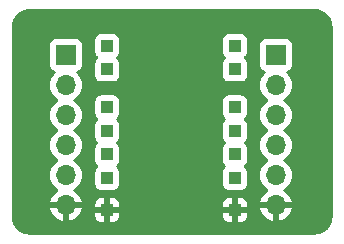
<source format=gbl>
%TF.GenerationSoftware,KiCad,Pcbnew,8.0.3*%
%TF.CreationDate,2024-08-11T06:13:30+12:00*%
%TF.ProjectId,soic-8,736f6963-2d38-42e6-9b69-6361645f7063,rev?*%
%TF.SameCoordinates,Original*%
%TF.FileFunction,Copper,L2,Bot*%
%TF.FilePolarity,Positive*%
%FSLAX46Y46*%
G04 Gerber Fmt 4.6, Leading zero omitted, Abs format (unit mm)*
G04 Created by KiCad (PCBNEW 8.0.3) date 2024-08-11 06:13:30*
%MOMM*%
%LPD*%
G01*
G04 APERTURE LIST*
%TA.AperFunction,ComponentPad*%
%ADD10R,1.000000X1.000000*%
%TD*%
%TA.AperFunction,HeatsinkPad*%
%ADD11C,0.500000*%
%TD*%
%TA.AperFunction,HeatsinkPad*%
%ADD12R,1.900000X3.300000*%
%TD*%
%TA.AperFunction,ComponentPad*%
%ADD13R,1.700000X1.700000*%
%TD*%
%TA.AperFunction,ComponentPad*%
%ADD14O,1.700000X1.700000*%
%TD*%
%TA.AperFunction,ViaPad*%
%ADD15C,0.600000*%
%TD*%
%TA.AperFunction,ViaPad*%
%ADD16C,0.400000*%
%TD*%
%ADD17C,0.300000*%
%ADD18C,0.200000*%
%ADD19C,0.350000*%
G04 APERTURE END LIST*
D10*
%TO.P,TP105,1,1*%
%TO.N,Net-(J101-Pin_2)*%
X94500000Y-90800000D03*
%TD*%
%TO.P,TP102,1,1*%
%TO.N,Net-(J101-Pin_1)*%
X94500000Y-87600000D03*
%TD*%
%TO.P,TP103,1,1*%
%TO.N,Net-(J102-Pin_1)*%
X105300000Y-87600000D03*
%TD*%
%TO.P,TP104,1,1*%
%TO.N,Net-(J102-Pin_1)*%
X105300000Y-85600000D03*
%TD*%
%TO.P,TP107,1,1*%
%TO.N,Net-(J101-Pin_4)*%
X94500000Y-94800000D03*
%TD*%
D11*
%TO.P,U101,9,PAD*%
%TO.N,GND*%
X99190000Y-93500000D03*
X99190000Y-94900000D03*
X99190000Y-96300000D03*
D12*
X99890000Y-94900000D03*
D11*
X100590000Y-93500000D03*
X100590000Y-94900000D03*
X100590000Y-96300000D03*
%TD*%
D10*
%TO.P,TP113,1,1*%
%TO.N,GND*%
X94500000Y-99500000D03*
%TD*%
%TO.P,TP108,1,1*%
%TO.N,Net-(J101-Pin_5)*%
X94500000Y-96800000D03*
%TD*%
%TO.P,TP110,1,1*%
%TO.N,Net-(J102-Pin_4)*%
X105300000Y-94800000D03*
%TD*%
%TO.P,TP111,1,1*%
%TO.N,Net-(J102-Pin_3)*%
X105300000Y-92800000D03*
%TD*%
%TO.P,TP109,1,1*%
%TO.N,Net-(J102-Pin_5)*%
X105300000Y-96800000D03*
%TD*%
%TO.P,TP112,1,1*%
%TO.N,Net-(J102-Pin_2)*%
X105300000Y-90800000D03*
%TD*%
%TO.P,TP114,1,1*%
%TO.N,GND*%
X105300000Y-99500000D03*
%TD*%
%TO.P,TP106,1,1*%
%TO.N,Net-(J101-Pin_3)*%
X94500000Y-92800000D03*
%TD*%
%TO.P,TP101,1,1*%
%TO.N,Net-(J101-Pin_1)*%
X94500000Y-85600000D03*
%TD*%
D13*
%TO.P,J102,1,Pin_1*%
%TO.N,Net-(J102-Pin_1)*%
X108780000Y-86380000D03*
D14*
%TO.P,J102,2,Pin_2*%
%TO.N,Net-(J102-Pin_2)*%
X108780000Y-88920000D03*
%TO.P,J102,3,Pin_3*%
%TO.N,Net-(J102-Pin_3)*%
X108780000Y-91460000D03*
%TO.P,J102,4,Pin_4*%
%TO.N,Net-(J102-Pin_4)*%
X108780000Y-94000000D03*
%TO.P,J102,5,Pin_5*%
%TO.N,Net-(J102-Pin_5)*%
X108780000Y-96540000D03*
%TO.P,J102,6,Pin_6*%
%TO.N,GND*%
X108780000Y-99080000D03*
%TD*%
D13*
%TO.P,J101,1,Pin_1*%
%TO.N,Net-(J101-Pin_1)*%
X91000000Y-86380000D03*
D14*
%TO.P,J101,2,Pin_2*%
%TO.N,Net-(J101-Pin_2)*%
X91000000Y-88920000D03*
%TO.P,J101,3,Pin_3*%
%TO.N,Net-(J101-Pin_3)*%
X91000000Y-91460000D03*
%TO.P,J101,4,Pin_4*%
%TO.N,Net-(J101-Pin_4)*%
X91000000Y-94000000D03*
%TO.P,J101,5,Pin_5*%
%TO.N,Net-(J101-Pin_5)*%
X91000000Y-96540000D03*
%TO.P,J101,6,Pin_6*%
%TO.N,GND*%
X91000000Y-99080000D03*
%TD*%
D15*
%TO.N,GND*%
X102000000Y-101000000D03*
X88000000Y-101000000D03*
D16*
X102500000Y-90840380D03*
D15*
X96000000Y-101000000D03*
D16*
X97000000Y-91900000D03*
D15*
X94000000Y-83000000D03*
D16*
X100000000Y-89800000D03*
X104000000Y-90000000D03*
X95800000Y-90000000D03*
D15*
X113000000Y-99000000D03*
X96000000Y-83000000D03*
X110000000Y-101000000D03*
X102000000Y-83000000D03*
X98000000Y-83000000D03*
X113000000Y-85000000D03*
X87000000Y-97000000D03*
D16*
X100000000Y-88200000D03*
D15*
X87000000Y-87000000D03*
D16*
X97562500Y-90837500D03*
D15*
X110000000Y-83000000D03*
X108000000Y-83000000D03*
X87000000Y-95000000D03*
X113000000Y-89000000D03*
X88000000Y-83000000D03*
X104000000Y-101000000D03*
X87000000Y-89000000D03*
D16*
X100000000Y-91800000D03*
D15*
X106000000Y-101000000D03*
X104000000Y-83000000D03*
X98000000Y-101000000D03*
X90000000Y-83000000D03*
X112000000Y-101000000D03*
X92000000Y-83000000D03*
D16*
X97200000Y-90100000D03*
D15*
X92000000Y-101000000D03*
X90000000Y-101000000D03*
X113000000Y-91000000D03*
X87000000Y-91000000D03*
X112000000Y-83000000D03*
X87000000Y-85000000D03*
X108000000Y-101000000D03*
X113000000Y-97000000D03*
D16*
X103000000Y-91900000D03*
D15*
X94000000Y-101000000D03*
D16*
X102800000Y-90100000D03*
D15*
X113000000Y-87000000D03*
X100000000Y-101000000D03*
X87000000Y-99000000D03*
X100000000Y-83000000D03*
X106000000Y-83000000D03*
X113000000Y-95000000D03*
X87000000Y-93000000D03*
X113000000Y-93000000D03*
%TD*%
%TA.AperFunction,Conductor*%
%TO.N,GND*%
G36*
X112019897Y-82500501D02*
G01*
X112081363Y-82500500D01*
X112090208Y-82500815D01*
X112290351Y-82515128D01*
X112307854Y-82517645D01*
X112499587Y-82559353D01*
X112516553Y-82564334D01*
X112700402Y-82632906D01*
X112716484Y-82640249D01*
X112888715Y-82734294D01*
X112903578Y-82743847D01*
X113060655Y-82861432D01*
X113074026Y-82873017D01*
X113212772Y-83011762D01*
X113224358Y-83025133D01*
X113341944Y-83182208D01*
X113351509Y-83197092D01*
X113445540Y-83369296D01*
X113452890Y-83385389D01*
X113521461Y-83569234D01*
X113526445Y-83586210D01*
X113568151Y-83777931D01*
X113570669Y-83795442D01*
X113584970Y-83995384D01*
X113585286Y-84004231D01*
X113585286Y-100012286D01*
X113585285Y-100012304D01*
X113585285Y-100081364D01*
X113584969Y-100090209D01*
X113570657Y-100290345D01*
X113568139Y-100307858D01*
X113526433Y-100499580D01*
X113521449Y-100516555D01*
X113452881Y-100700396D01*
X113445531Y-100716490D01*
X113351498Y-100888699D01*
X113341933Y-100903582D01*
X113224351Y-101060654D01*
X113212765Y-101074025D01*
X113074025Y-101212765D01*
X113060654Y-101224351D01*
X112903582Y-101341933D01*
X112888699Y-101351498D01*
X112716490Y-101445531D01*
X112700396Y-101452881D01*
X112516555Y-101521449D01*
X112499580Y-101526433D01*
X112307858Y-101568139D01*
X112290345Y-101570657D01*
X112090209Y-101584969D01*
X112081364Y-101585285D01*
X112012303Y-101585285D01*
X112012287Y-101585286D01*
X87987713Y-101585286D01*
X87987697Y-101585285D01*
X87918635Y-101585285D01*
X87909790Y-101584969D01*
X87709654Y-101570657D01*
X87692141Y-101568139D01*
X87500419Y-101526433D01*
X87483444Y-101521449D01*
X87391523Y-101487165D01*
X87299599Y-101452879D01*
X87283514Y-101445533D01*
X87111297Y-101351496D01*
X87096421Y-101341935D01*
X86939345Y-101224351D01*
X86925974Y-101212765D01*
X86787234Y-101074025D01*
X86775648Y-101060654D01*
X86658061Y-100903575D01*
X86648505Y-100888706D01*
X86554463Y-100716479D01*
X86547123Y-100700407D01*
X86478548Y-100516550D01*
X86473566Y-100499580D01*
X86472264Y-100493596D01*
X86431859Y-100307853D01*
X86429342Y-100290345D01*
X86426714Y-100253600D01*
X86415029Y-100090208D01*
X86414714Y-100081362D01*
X86414715Y-100019897D01*
X86414714Y-100019893D01*
X86414714Y-88919999D01*
X89644341Y-88919999D01*
X89644341Y-88920000D01*
X89664936Y-89155403D01*
X89664938Y-89155413D01*
X89726094Y-89383655D01*
X89726096Y-89383659D01*
X89726097Y-89383663D01*
X89825965Y-89597830D01*
X89825967Y-89597834D01*
X89961501Y-89791395D01*
X89961506Y-89791402D01*
X90128597Y-89958493D01*
X90128603Y-89958498D01*
X90314158Y-90088425D01*
X90357783Y-90143002D01*
X90364977Y-90212500D01*
X90333454Y-90274855D01*
X90314158Y-90291575D01*
X90128597Y-90421505D01*
X89961505Y-90588597D01*
X89825965Y-90782169D01*
X89825964Y-90782171D01*
X89726098Y-90996335D01*
X89726094Y-90996344D01*
X89664938Y-91224586D01*
X89664936Y-91224596D01*
X89644341Y-91459999D01*
X89644341Y-91460000D01*
X89664936Y-91695403D01*
X89664938Y-91695413D01*
X89726094Y-91923655D01*
X89726096Y-91923659D01*
X89726097Y-91923663D01*
X89788583Y-92057664D01*
X89825965Y-92137830D01*
X89825967Y-92137834D01*
X89961501Y-92331395D01*
X89961506Y-92331402D01*
X90128597Y-92498493D01*
X90128603Y-92498498D01*
X90314158Y-92628425D01*
X90357783Y-92683002D01*
X90364977Y-92752500D01*
X90333454Y-92814855D01*
X90314158Y-92831575D01*
X90128597Y-92961505D01*
X89961505Y-93128597D01*
X89825965Y-93322169D01*
X89825964Y-93322171D01*
X89726098Y-93536335D01*
X89726094Y-93536344D01*
X89664938Y-93764586D01*
X89664936Y-93764596D01*
X89644341Y-93999999D01*
X89644341Y-94000000D01*
X89664936Y-94235403D01*
X89664938Y-94235413D01*
X89726094Y-94463655D01*
X89726096Y-94463659D01*
X89726097Y-94463663D01*
X89825965Y-94677830D01*
X89825967Y-94677834D01*
X89961501Y-94871395D01*
X89961506Y-94871402D01*
X90128597Y-95038493D01*
X90128603Y-95038498D01*
X90314158Y-95168425D01*
X90357783Y-95223002D01*
X90364977Y-95292500D01*
X90333454Y-95354855D01*
X90314158Y-95371575D01*
X90128597Y-95501505D01*
X89961505Y-95668597D01*
X89825965Y-95862169D01*
X89825964Y-95862171D01*
X89726098Y-96076335D01*
X89726094Y-96076344D01*
X89664938Y-96304586D01*
X89664936Y-96304596D01*
X89644341Y-96539999D01*
X89644341Y-96540000D01*
X89664936Y-96775403D01*
X89664938Y-96775413D01*
X89726094Y-97003655D01*
X89726096Y-97003659D01*
X89726097Y-97003663D01*
X89825965Y-97217830D01*
X89825967Y-97217834D01*
X89917016Y-97347864D01*
X89961505Y-97411401D01*
X90128599Y-97578495D01*
X90241495Y-97657546D01*
X90314594Y-97708730D01*
X90358219Y-97763307D01*
X90365413Y-97832805D01*
X90333890Y-97895160D01*
X90314595Y-97911880D01*
X90128922Y-98041890D01*
X90128920Y-98041891D01*
X89961891Y-98208920D01*
X89961886Y-98208926D01*
X89826400Y-98402420D01*
X89826399Y-98402422D01*
X89726570Y-98616507D01*
X89726567Y-98616513D01*
X89669364Y-98829999D01*
X89669364Y-98830000D01*
X90566988Y-98830000D01*
X90534075Y-98887007D01*
X90500000Y-99014174D01*
X90500000Y-99145826D01*
X90534075Y-99272993D01*
X90566988Y-99330000D01*
X89669364Y-99330000D01*
X89726567Y-99543486D01*
X89726570Y-99543492D01*
X89826399Y-99757578D01*
X89961894Y-99951082D01*
X90128917Y-100118105D01*
X90322421Y-100253600D01*
X90536507Y-100353429D01*
X90536516Y-100353433D01*
X90750000Y-100410634D01*
X90750000Y-99513012D01*
X90807007Y-99545925D01*
X90934174Y-99580000D01*
X91065826Y-99580000D01*
X91192993Y-99545925D01*
X91250000Y-99513012D01*
X91250000Y-100410633D01*
X91463483Y-100353433D01*
X91463492Y-100353429D01*
X91677578Y-100253600D01*
X91871082Y-100118105D01*
X91941343Y-100047844D01*
X93500000Y-100047844D01*
X93506401Y-100107372D01*
X93506403Y-100107379D01*
X93556645Y-100242086D01*
X93556649Y-100242093D01*
X93642809Y-100357187D01*
X93642812Y-100357190D01*
X93757906Y-100443350D01*
X93757913Y-100443354D01*
X93892620Y-100493596D01*
X93892627Y-100493598D01*
X93952155Y-100499999D01*
X93952172Y-100500000D01*
X94250000Y-100500000D01*
X94750000Y-100500000D01*
X95047828Y-100500000D01*
X95047844Y-100499999D01*
X95107372Y-100493598D01*
X95107379Y-100493596D01*
X95242086Y-100443354D01*
X95242093Y-100443350D01*
X95357187Y-100357190D01*
X95357190Y-100357187D01*
X95443350Y-100242093D01*
X95443354Y-100242086D01*
X95493596Y-100107379D01*
X95493598Y-100107372D01*
X95499999Y-100047844D01*
X104300000Y-100047844D01*
X104306401Y-100107372D01*
X104306403Y-100107379D01*
X104356645Y-100242086D01*
X104356649Y-100242093D01*
X104442809Y-100357187D01*
X104442812Y-100357190D01*
X104557906Y-100443350D01*
X104557913Y-100443354D01*
X104692620Y-100493596D01*
X104692627Y-100493598D01*
X104752155Y-100499999D01*
X104752172Y-100500000D01*
X105050000Y-100500000D01*
X105550000Y-100500000D01*
X105847828Y-100500000D01*
X105847844Y-100499999D01*
X105907372Y-100493598D01*
X105907379Y-100493596D01*
X106042086Y-100443354D01*
X106042093Y-100443350D01*
X106157187Y-100357190D01*
X106157190Y-100357187D01*
X106243350Y-100242093D01*
X106243354Y-100242086D01*
X106293596Y-100107379D01*
X106293598Y-100107372D01*
X106299999Y-100047844D01*
X106300000Y-100047827D01*
X106300000Y-99750000D01*
X105550000Y-99750000D01*
X105550000Y-100500000D01*
X105050000Y-100500000D01*
X105050000Y-99750000D01*
X104300000Y-99750000D01*
X104300000Y-100047844D01*
X95499999Y-100047844D01*
X95500000Y-100047827D01*
X95500000Y-99750000D01*
X94750000Y-99750000D01*
X94750000Y-100500000D01*
X94250000Y-100500000D01*
X94250000Y-99750000D01*
X93500000Y-99750000D01*
X93500000Y-100047844D01*
X91941343Y-100047844D01*
X92038105Y-99951082D01*
X92173600Y-99757578D01*
X92273429Y-99543492D01*
X92273432Y-99543486D01*
X92298409Y-99450272D01*
X94250000Y-99450272D01*
X94250000Y-99549728D01*
X94288060Y-99641614D01*
X94358386Y-99711940D01*
X94450272Y-99750000D01*
X94549728Y-99750000D01*
X94641614Y-99711940D01*
X94711940Y-99641614D01*
X94750000Y-99549728D01*
X94750000Y-99450272D01*
X105050000Y-99450272D01*
X105050000Y-99549728D01*
X105088060Y-99641614D01*
X105158386Y-99711940D01*
X105250272Y-99750000D01*
X105349728Y-99750000D01*
X105441614Y-99711940D01*
X105511940Y-99641614D01*
X105550000Y-99549728D01*
X105550000Y-99450272D01*
X105511940Y-99358386D01*
X105441614Y-99288060D01*
X105349728Y-99250000D01*
X105550000Y-99250000D01*
X106300000Y-99250000D01*
X106300000Y-98952172D01*
X106299999Y-98952155D01*
X106293598Y-98892627D01*
X106293596Y-98892620D01*
X106243354Y-98757913D01*
X106243350Y-98757906D01*
X106157190Y-98642812D01*
X106157187Y-98642809D01*
X106042093Y-98556649D01*
X106042086Y-98556645D01*
X105907379Y-98506403D01*
X105907372Y-98506401D01*
X105847844Y-98500000D01*
X105550000Y-98500000D01*
X105550000Y-99250000D01*
X105349728Y-99250000D01*
X105250272Y-99250000D01*
X105158386Y-99288060D01*
X105088060Y-99358386D01*
X105050000Y-99450272D01*
X94750000Y-99450272D01*
X94711940Y-99358386D01*
X94641614Y-99288060D01*
X94549728Y-99250000D01*
X94750000Y-99250000D01*
X95500000Y-99250000D01*
X95500000Y-98952172D01*
X95499999Y-98952155D01*
X104300000Y-98952155D01*
X104300000Y-99250000D01*
X105050000Y-99250000D01*
X105050000Y-98500000D01*
X104752155Y-98500000D01*
X104692627Y-98506401D01*
X104692620Y-98506403D01*
X104557913Y-98556645D01*
X104557906Y-98556649D01*
X104442812Y-98642809D01*
X104442809Y-98642812D01*
X104356649Y-98757906D01*
X104356645Y-98757913D01*
X104306403Y-98892620D01*
X104306401Y-98892627D01*
X104300000Y-98952155D01*
X95499999Y-98952155D01*
X95493598Y-98892627D01*
X95493596Y-98892620D01*
X95443354Y-98757913D01*
X95443350Y-98757906D01*
X95357190Y-98642812D01*
X95357187Y-98642809D01*
X95242093Y-98556649D01*
X95242086Y-98556645D01*
X95107379Y-98506403D01*
X95107372Y-98506401D01*
X95047844Y-98500000D01*
X94750000Y-98500000D01*
X94750000Y-99250000D01*
X94549728Y-99250000D01*
X94450272Y-99250000D01*
X94358386Y-99288060D01*
X94288060Y-99358386D01*
X94250000Y-99450272D01*
X92298409Y-99450272D01*
X92330636Y-99330000D01*
X91433012Y-99330000D01*
X91465925Y-99272993D01*
X91500000Y-99145826D01*
X91500000Y-99014174D01*
X91483382Y-98952155D01*
X93500000Y-98952155D01*
X93500000Y-99250000D01*
X94250000Y-99250000D01*
X94250000Y-98500000D01*
X93952155Y-98500000D01*
X93892627Y-98506401D01*
X93892620Y-98506403D01*
X93757913Y-98556645D01*
X93757906Y-98556649D01*
X93642812Y-98642809D01*
X93642809Y-98642812D01*
X93556649Y-98757906D01*
X93556645Y-98757913D01*
X93506403Y-98892620D01*
X93506401Y-98892627D01*
X93500000Y-98952155D01*
X91483382Y-98952155D01*
X91465925Y-98887007D01*
X91433012Y-98830000D01*
X92330636Y-98830000D01*
X92330635Y-98829999D01*
X92273432Y-98616513D01*
X92273429Y-98616507D01*
X92173600Y-98402422D01*
X92173599Y-98402420D01*
X92038113Y-98208926D01*
X92038108Y-98208920D01*
X91871078Y-98041890D01*
X91685405Y-97911879D01*
X91641780Y-97857302D01*
X91634588Y-97787804D01*
X91666110Y-97725449D01*
X91685406Y-97708730D01*
X91758503Y-97657547D01*
X91871401Y-97578495D01*
X92038495Y-97411401D01*
X92174035Y-97217830D01*
X92273903Y-97003663D01*
X92335063Y-96775408D01*
X92355659Y-96540000D01*
X92335063Y-96304592D01*
X92273903Y-96076337D01*
X92174035Y-95862171D01*
X92100162Y-95756668D01*
X92038494Y-95668597D01*
X91871402Y-95501506D01*
X91871396Y-95501501D01*
X91685842Y-95371575D01*
X91642217Y-95316998D01*
X91635023Y-95247500D01*
X91666546Y-95185145D01*
X91685842Y-95168425D01*
X91708026Y-95152891D01*
X91871401Y-95038495D01*
X92038495Y-94871401D01*
X92174035Y-94677830D01*
X92273903Y-94463663D01*
X92335063Y-94235408D01*
X92355659Y-94000000D01*
X92335063Y-93764592D01*
X92273903Y-93536337D01*
X92174035Y-93322171D01*
X92038495Y-93128599D01*
X92038494Y-93128597D01*
X91871402Y-92961506D01*
X91871396Y-92961501D01*
X91685842Y-92831575D01*
X91642217Y-92776998D01*
X91635023Y-92707500D01*
X91666546Y-92645145D01*
X91685842Y-92628425D01*
X91708026Y-92612891D01*
X91871401Y-92498495D01*
X92038495Y-92331401D01*
X92174035Y-92137830D01*
X92273903Y-91923663D01*
X92335063Y-91695408D01*
X92355659Y-91460000D01*
X92335063Y-91224592D01*
X92273903Y-90996337D01*
X92174035Y-90782171D01*
X92038495Y-90588599D01*
X92038494Y-90588597D01*
X91871402Y-90421506D01*
X91871396Y-90421501D01*
X91685842Y-90291575D01*
X91654316Y-90252135D01*
X93499500Y-90252135D01*
X93499500Y-91347870D01*
X93499501Y-91347876D01*
X93505908Y-91407483D01*
X93556202Y-91542328D01*
X93556206Y-91542335D01*
X93642452Y-91657544D01*
X93642453Y-91657544D01*
X93642454Y-91657546D01*
X93671615Y-91679376D01*
X93700145Y-91700734D01*
X93742015Y-91756668D01*
X93746999Y-91826360D01*
X93713513Y-91887683D01*
X93700145Y-91899266D01*
X93642452Y-91942455D01*
X93556206Y-92057664D01*
X93556202Y-92057671D01*
X93505908Y-92192517D01*
X93499501Y-92252116D01*
X93499501Y-92252123D01*
X93499500Y-92252135D01*
X93499500Y-93347870D01*
X93499501Y-93347876D01*
X93505908Y-93407483D01*
X93556202Y-93542328D01*
X93556206Y-93542335D01*
X93642452Y-93657544D01*
X93642453Y-93657544D01*
X93642454Y-93657546D01*
X93671615Y-93679376D01*
X93700145Y-93700734D01*
X93742015Y-93756668D01*
X93746999Y-93826360D01*
X93713513Y-93887683D01*
X93700145Y-93899266D01*
X93642452Y-93942455D01*
X93556206Y-94057664D01*
X93556202Y-94057671D01*
X93505908Y-94192517D01*
X93501297Y-94235413D01*
X93499501Y-94252123D01*
X93499500Y-94252135D01*
X93499500Y-95347870D01*
X93499501Y-95347876D01*
X93505908Y-95407483D01*
X93556202Y-95542328D01*
X93556206Y-95542335D01*
X93642452Y-95657544D01*
X93642453Y-95657544D01*
X93642454Y-95657546D01*
X93657219Y-95668599D01*
X93700145Y-95700734D01*
X93742015Y-95756668D01*
X93746999Y-95826360D01*
X93713513Y-95887683D01*
X93700145Y-95899266D01*
X93642452Y-95942455D01*
X93556206Y-96057664D01*
X93556202Y-96057671D01*
X93505908Y-96192517D01*
X93499501Y-96252116D01*
X93499501Y-96252123D01*
X93499500Y-96252135D01*
X93499500Y-97347870D01*
X93499501Y-97347876D01*
X93505908Y-97407483D01*
X93556202Y-97542328D01*
X93556206Y-97542335D01*
X93642452Y-97657544D01*
X93642455Y-97657547D01*
X93757664Y-97743793D01*
X93757671Y-97743797D01*
X93892517Y-97794091D01*
X93892516Y-97794091D01*
X93899444Y-97794835D01*
X93952127Y-97800500D01*
X95047872Y-97800499D01*
X95107483Y-97794091D01*
X95242331Y-97743796D01*
X95357546Y-97657546D01*
X95443796Y-97542331D01*
X95494091Y-97407483D01*
X95500500Y-97347873D01*
X95500499Y-96252128D01*
X95494091Y-96192517D01*
X95450761Y-96076344D01*
X95443797Y-96057671D01*
X95443793Y-96057664D01*
X95357547Y-95942456D01*
X95357548Y-95942456D01*
X95357546Y-95942454D01*
X95299854Y-95899265D01*
X95257984Y-95843333D01*
X95253000Y-95773641D01*
X95286485Y-95712318D01*
X95299854Y-95700734D01*
X95357546Y-95657546D01*
X95443796Y-95542331D01*
X95494091Y-95407483D01*
X95500500Y-95347873D01*
X95500499Y-94252128D01*
X95494091Y-94192517D01*
X95443796Y-94057669D01*
X95443795Y-94057668D01*
X95443793Y-94057664D01*
X95357547Y-93942456D01*
X95357548Y-93942456D01*
X95357546Y-93942454D01*
X95299854Y-93899265D01*
X95257984Y-93843333D01*
X95253000Y-93773641D01*
X95286485Y-93712318D01*
X95299854Y-93700734D01*
X95357546Y-93657546D01*
X95443796Y-93542331D01*
X95494091Y-93407483D01*
X95500500Y-93347873D01*
X95500499Y-92252128D01*
X95494091Y-92192517D01*
X95443796Y-92057669D01*
X95443795Y-92057668D01*
X95443793Y-92057664D01*
X95357547Y-91942456D01*
X95357548Y-91942456D01*
X95357546Y-91942454D01*
X95299854Y-91899265D01*
X95257984Y-91843333D01*
X95253000Y-91773641D01*
X95286485Y-91712318D01*
X95299854Y-91700734D01*
X95357546Y-91657546D01*
X95443796Y-91542331D01*
X95494091Y-91407483D01*
X95500500Y-91347873D01*
X95500499Y-90252135D01*
X104299500Y-90252135D01*
X104299500Y-91347870D01*
X104299501Y-91347876D01*
X104305908Y-91407483D01*
X104356202Y-91542328D01*
X104356206Y-91542335D01*
X104442452Y-91657544D01*
X104442453Y-91657544D01*
X104442454Y-91657546D01*
X104471615Y-91679376D01*
X104500145Y-91700734D01*
X104542015Y-91756668D01*
X104546999Y-91826360D01*
X104513513Y-91887683D01*
X104500145Y-91899266D01*
X104442452Y-91942455D01*
X104356206Y-92057664D01*
X104356202Y-92057671D01*
X104305908Y-92192517D01*
X104299501Y-92252116D01*
X104299501Y-92252123D01*
X104299500Y-92252135D01*
X104299500Y-93347870D01*
X104299501Y-93347876D01*
X104305908Y-93407483D01*
X104356202Y-93542328D01*
X104356206Y-93542335D01*
X104442452Y-93657544D01*
X104442453Y-93657544D01*
X104442454Y-93657546D01*
X104471615Y-93679376D01*
X104500145Y-93700734D01*
X104542015Y-93756668D01*
X104546999Y-93826360D01*
X104513513Y-93887683D01*
X104500145Y-93899266D01*
X104442452Y-93942455D01*
X104356206Y-94057664D01*
X104356202Y-94057671D01*
X104305908Y-94192517D01*
X104301297Y-94235413D01*
X104299501Y-94252123D01*
X104299500Y-94252135D01*
X104299500Y-95347870D01*
X104299501Y-95347876D01*
X104305908Y-95407483D01*
X104356202Y-95542328D01*
X104356206Y-95542335D01*
X104442452Y-95657544D01*
X104442453Y-95657544D01*
X104442454Y-95657546D01*
X104457219Y-95668599D01*
X104500145Y-95700734D01*
X104542015Y-95756668D01*
X104546999Y-95826360D01*
X104513513Y-95887683D01*
X104500145Y-95899266D01*
X104442452Y-95942455D01*
X104356206Y-96057664D01*
X104356202Y-96057671D01*
X104305908Y-96192517D01*
X104299501Y-96252116D01*
X104299501Y-96252123D01*
X104299500Y-96252135D01*
X104299500Y-97347870D01*
X104299501Y-97347876D01*
X104305908Y-97407483D01*
X104356202Y-97542328D01*
X104356206Y-97542335D01*
X104442452Y-97657544D01*
X104442455Y-97657547D01*
X104557664Y-97743793D01*
X104557671Y-97743797D01*
X104692517Y-97794091D01*
X104692516Y-97794091D01*
X104699444Y-97794835D01*
X104752127Y-97800500D01*
X105847872Y-97800499D01*
X105907483Y-97794091D01*
X106042331Y-97743796D01*
X106157546Y-97657546D01*
X106243796Y-97542331D01*
X106294091Y-97407483D01*
X106300500Y-97347873D01*
X106300499Y-96252128D01*
X106294091Y-96192517D01*
X106250761Y-96076344D01*
X106243797Y-96057671D01*
X106243793Y-96057664D01*
X106157547Y-95942456D01*
X106157548Y-95942456D01*
X106157546Y-95942454D01*
X106099854Y-95899265D01*
X106057984Y-95843333D01*
X106053000Y-95773641D01*
X106086485Y-95712318D01*
X106099854Y-95700734D01*
X106157546Y-95657546D01*
X106243796Y-95542331D01*
X106294091Y-95407483D01*
X106300500Y-95347873D01*
X106300499Y-94252128D01*
X106294091Y-94192517D01*
X106243796Y-94057669D01*
X106243795Y-94057668D01*
X106243793Y-94057664D01*
X106157547Y-93942456D01*
X106157548Y-93942456D01*
X106157546Y-93942454D01*
X106099854Y-93899265D01*
X106057984Y-93843333D01*
X106053000Y-93773641D01*
X106086485Y-93712318D01*
X106099854Y-93700734D01*
X106157546Y-93657546D01*
X106243796Y-93542331D01*
X106294091Y-93407483D01*
X106300500Y-93347873D01*
X106300499Y-92252128D01*
X106294091Y-92192517D01*
X106243796Y-92057669D01*
X106243795Y-92057668D01*
X106243793Y-92057664D01*
X106157547Y-91942456D01*
X106157548Y-91942456D01*
X106157546Y-91942454D01*
X106099854Y-91899265D01*
X106057984Y-91843333D01*
X106053000Y-91773641D01*
X106086485Y-91712318D01*
X106099854Y-91700734D01*
X106157546Y-91657546D01*
X106243796Y-91542331D01*
X106294091Y-91407483D01*
X106300500Y-91347873D01*
X106300499Y-90252128D01*
X106294091Y-90192517D01*
X106293152Y-90190000D01*
X106243797Y-90057671D01*
X106243793Y-90057664D01*
X106157547Y-89942455D01*
X106157544Y-89942452D01*
X106042335Y-89856206D01*
X106042328Y-89856202D01*
X105907482Y-89805908D01*
X105907483Y-89805908D01*
X105847883Y-89799501D01*
X105847881Y-89799500D01*
X105847873Y-89799500D01*
X105847864Y-89799500D01*
X104752129Y-89799500D01*
X104752123Y-89799501D01*
X104692516Y-89805908D01*
X104557671Y-89856202D01*
X104557664Y-89856206D01*
X104442455Y-89942452D01*
X104442452Y-89942455D01*
X104356206Y-90057664D01*
X104356202Y-90057671D01*
X104305908Y-90192517D01*
X104299501Y-90252116D01*
X104299501Y-90252123D01*
X104299500Y-90252135D01*
X95500499Y-90252135D01*
X95500499Y-90252128D01*
X95494091Y-90192517D01*
X95493152Y-90190000D01*
X95443797Y-90057671D01*
X95443793Y-90057664D01*
X95357547Y-89942455D01*
X95357544Y-89942452D01*
X95242335Y-89856206D01*
X95242328Y-89856202D01*
X95107482Y-89805908D01*
X95107483Y-89805908D01*
X95047883Y-89799501D01*
X95047881Y-89799500D01*
X95047873Y-89799500D01*
X95047864Y-89799500D01*
X93952129Y-89799500D01*
X93952123Y-89799501D01*
X93892516Y-89805908D01*
X93757671Y-89856202D01*
X93757664Y-89856206D01*
X93642455Y-89942452D01*
X93642452Y-89942455D01*
X93556206Y-90057664D01*
X93556202Y-90057671D01*
X93505908Y-90192517D01*
X93499501Y-90252116D01*
X93499501Y-90252123D01*
X93499500Y-90252135D01*
X91654316Y-90252135D01*
X91642217Y-90236998D01*
X91635023Y-90167500D01*
X91666546Y-90105145D01*
X91685842Y-90088425D01*
X91729773Y-90057664D01*
X91871401Y-89958495D01*
X92038495Y-89791401D01*
X92174035Y-89597830D01*
X92273903Y-89383663D01*
X92335063Y-89155408D01*
X92355659Y-88920000D01*
X92355659Y-88919999D01*
X107424341Y-88919999D01*
X107424341Y-88920000D01*
X107444936Y-89155403D01*
X107444938Y-89155413D01*
X107506094Y-89383655D01*
X107506096Y-89383659D01*
X107506097Y-89383663D01*
X107605965Y-89597830D01*
X107605967Y-89597834D01*
X107741501Y-89791395D01*
X107741506Y-89791402D01*
X107908597Y-89958493D01*
X107908603Y-89958498D01*
X108094158Y-90088425D01*
X108137783Y-90143002D01*
X108144977Y-90212500D01*
X108113454Y-90274855D01*
X108094158Y-90291575D01*
X107908597Y-90421505D01*
X107741505Y-90588597D01*
X107605965Y-90782169D01*
X107605964Y-90782171D01*
X107506098Y-90996335D01*
X107506094Y-90996344D01*
X107444938Y-91224586D01*
X107444936Y-91224596D01*
X107424341Y-91459999D01*
X107424341Y-91460000D01*
X107444936Y-91695403D01*
X107444938Y-91695413D01*
X107506094Y-91923655D01*
X107506096Y-91923659D01*
X107506097Y-91923663D01*
X107568583Y-92057664D01*
X107605965Y-92137830D01*
X107605967Y-92137834D01*
X107741501Y-92331395D01*
X107741506Y-92331402D01*
X107908597Y-92498493D01*
X107908603Y-92498498D01*
X108094158Y-92628425D01*
X108137783Y-92683002D01*
X108144977Y-92752500D01*
X108113454Y-92814855D01*
X108094158Y-92831575D01*
X107908597Y-92961505D01*
X107741505Y-93128597D01*
X107605965Y-93322169D01*
X107605964Y-93322171D01*
X107506098Y-93536335D01*
X107506094Y-93536344D01*
X107444938Y-93764586D01*
X107444936Y-93764596D01*
X107424341Y-93999999D01*
X107424341Y-94000000D01*
X107444936Y-94235403D01*
X107444938Y-94235413D01*
X107506094Y-94463655D01*
X107506096Y-94463659D01*
X107506097Y-94463663D01*
X107605965Y-94677830D01*
X107605967Y-94677834D01*
X107741501Y-94871395D01*
X107741506Y-94871402D01*
X107908597Y-95038493D01*
X107908603Y-95038498D01*
X108094158Y-95168425D01*
X108137783Y-95223002D01*
X108144977Y-95292500D01*
X108113454Y-95354855D01*
X108094158Y-95371575D01*
X107908597Y-95501505D01*
X107741505Y-95668597D01*
X107605965Y-95862169D01*
X107605964Y-95862171D01*
X107506098Y-96076335D01*
X107506094Y-96076344D01*
X107444938Y-96304586D01*
X107444936Y-96304596D01*
X107424341Y-96539999D01*
X107424341Y-96540000D01*
X107444936Y-96775403D01*
X107444938Y-96775413D01*
X107506094Y-97003655D01*
X107506096Y-97003659D01*
X107506097Y-97003663D01*
X107605965Y-97217830D01*
X107605967Y-97217834D01*
X107697016Y-97347864D01*
X107741505Y-97411401D01*
X107908599Y-97578495D01*
X108021495Y-97657546D01*
X108094594Y-97708730D01*
X108138219Y-97763307D01*
X108145413Y-97832805D01*
X108113890Y-97895160D01*
X108094595Y-97911880D01*
X107908922Y-98041890D01*
X107908920Y-98041891D01*
X107741891Y-98208920D01*
X107741886Y-98208926D01*
X107606400Y-98402420D01*
X107606399Y-98402422D01*
X107506570Y-98616507D01*
X107506567Y-98616513D01*
X107449364Y-98829999D01*
X107449364Y-98830000D01*
X108346988Y-98830000D01*
X108314075Y-98887007D01*
X108280000Y-99014174D01*
X108280000Y-99145826D01*
X108314075Y-99272993D01*
X108346988Y-99330000D01*
X107449364Y-99330000D01*
X107506567Y-99543486D01*
X107506570Y-99543492D01*
X107606399Y-99757578D01*
X107741894Y-99951082D01*
X107908917Y-100118105D01*
X108102421Y-100253600D01*
X108316507Y-100353429D01*
X108316516Y-100353433D01*
X108530000Y-100410634D01*
X108530000Y-99513012D01*
X108587007Y-99545925D01*
X108714174Y-99580000D01*
X108845826Y-99580000D01*
X108972993Y-99545925D01*
X109030000Y-99513012D01*
X109030000Y-100410633D01*
X109243483Y-100353433D01*
X109243492Y-100353429D01*
X109457578Y-100253600D01*
X109651082Y-100118105D01*
X109818105Y-99951082D01*
X109953600Y-99757578D01*
X110053429Y-99543492D01*
X110053432Y-99543486D01*
X110110636Y-99330000D01*
X109213012Y-99330000D01*
X109245925Y-99272993D01*
X109280000Y-99145826D01*
X109280000Y-99014174D01*
X109245925Y-98887007D01*
X109213012Y-98830000D01*
X110110636Y-98830000D01*
X110110635Y-98829999D01*
X110053432Y-98616513D01*
X110053429Y-98616507D01*
X109953600Y-98402422D01*
X109953599Y-98402420D01*
X109818113Y-98208926D01*
X109818108Y-98208920D01*
X109651078Y-98041890D01*
X109465405Y-97911879D01*
X109421780Y-97857302D01*
X109414588Y-97787804D01*
X109446110Y-97725449D01*
X109465406Y-97708730D01*
X109538503Y-97657547D01*
X109651401Y-97578495D01*
X109818495Y-97411401D01*
X109954035Y-97217830D01*
X110053903Y-97003663D01*
X110115063Y-96775408D01*
X110135659Y-96540000D01*
X110115063Y-96304592D01*
X110053903Y-96076337D01*
X109954035Y-95862171D01*
X109880162Y-95756668D01*
X109818494Y-95668597D01*
X109651402Y-95501506D01*
X109651396Y-95501501D01*
X109465842Y-95371575D01*
X109422217Y-95316998D01*
X109415023Y-95247500D01*
X109446546Y-95185145D01*
X109465842Y-95168425D01*
X109488026Y-95152891D01*
X109651401Y-95038495D01*
X109818495Y-94871401D01*
X109954035Y-94677830D01*
X110053903Y-94463663D01*
X110115063Y-94235408D01*
X110135659Y-94000000D01*
X110115063Y-93764592D01*
X110053903Y-93536337D01*
X109954035Y-93322171D01*
X109818495Y-93128599D01*
X109818494Y-93128597D01*
X109651402Y-92961506D01*
X109651396Y-92961501D01*
X109465842Y-92831575D01*
X109422217Y-92776998D01*
X109415023Y-92707500D01*
X109446546Y-92645145D01*
X109465842Y-92628425D01*
X109488026Y-92612891D01*
X109651401Y-92498495D01*
X109818495Y-92331401D01*
X109954035Y-92137830D01*
X110053903Y-91923663D01*
X110115063Y-91695408D01*
X110135659Y-91460000D01*
X110115063Y-91224592D01*
X110053903Y-90996337D01*
X109954035Y-90782171D01*
X109818495Y-90588599D01*
X109818494Y-90588597D01*
X109651402Y-90421506D01*
X109651396Y-90421501D01*
X109465842Y-90291575D01*
X109422217Y-90236998D01*
X109415023Y-90167500D01*
X109446546Y-90105145D01*
X109465842Y-90088425D01*
X109509773Y-90057664D01*
X109651401Y-89958495D01*
X109818495Y-89791401D01*
X109954035Y-89597830D01*
X110053903Y-89383663D01*
X110115063Y-89155408D01*
X110135659Y-88920000D01*
X110115063Y-88684592D01*
X110054227Y-88457546D01*
X110053905Y-88456344D01*
X110053904Y-88456343D01*
X110053903Y-88456337D01*
X109954035Y-88242171D01*
X109929746Y-88207483D01*
X109818496Y-88048600D01*
X109818495Y-88048599D01*
X109696567Y-87926671D01*
X109663084Y-87865351D01*
X109668068Y-87795659D01*
X109709939Y-87739725D01*
X109740915Y-87722810D01*
X109872331Y-87673796D01*
X109987546Y-87587546D01*
X110073796Y-87472331D01*
X110124091Y-87337483D01*
X110130500Y-87277873D01*
X110130499Y-85482128D01*
X110124091Y-85422517D01*
X110073796Y-85287669D01*
X110073795Y-85287668D01*
X110073793Y-85287664D01*
X109987547Y-85172455D01*
X109987544Y-85172452D01*
X109872335Y-85086206D01*
X109872328Y-85086202D01*
X109737482Y-85035908D01*
X109737483Y-85035908D01*
X109677883Y-85029501D01*
X109677881Y-85029500D01*
X109677873Y-85029500D01*
X109677864Y-85029500D01*
X107882129Y-85029500D01*
X107882123Y-85029501D01*
X107822516Y-85035908D01*
X107687671Y-85086202D01*
X107687664Y-85086206D01*
X107572455Y-85172452D01*
X107572452Y-85172455D01*
X107486206Y-85287664D01*
X107486202Y-85287671D01*
X107435908Y-85422517D01*
X107429501Y-85482116D01*
X107429501Y-85482123D01*
X107429500Y-85482135D01*
X107429500Y-87277870D01*
X107429501Y-87277876D01*
X107435908Y-87337483D01*
X107486202Y-87472328D01*
X107486206Y-87472335D01*
X107572452Y-87587544D01*
X107572455Y-87587547D01*
X107687664Y-87673793D01*
X107687671Y-87673797D01*
X107819081Y-87722810D01*
X107875015Y-87764681D01*
X107899432Y-87830145D01*
X107884580Y-87898418D01*
X107863430Y-87926673D01*
X107741503Y-88048600D01*
X107605965Y-88242169D01*
X107605964Y-88242171D01*
X107506098Y-88456335D01*
X107506094Y-88456344D01*
X107444938Y-88684586D01*
X107444936Y-88684596D01*
X107424341Y-88919999D01*
X92355659Y-88919999D01*
X92335063Y-88684592D01*
X92274227Y-88457546D01*
X92273905Y-88456344D01*
X92273904Y-88456343D01*
X92273903Y-88456337D01*
X92174035Y-88242171D01*
X92149746Y-88207483D01*
X92038496Y-88048600D01*
X92038495Y-88048599D01*
X91916567Y-87926671D01*
X91883084Y-87865351D01*
X91888068Y-87795659D01*
X91929939Y-87739725D01*
X91960915Y-87722810D01*
X92092331Y-87673796D01*
X92207546Y-87587546D01*
X92293796Y-87472331D01*
X92344091Y-87337483D01*
X92350500Y-87277873D01*
X92350499Y-85482128D01*
X92344091Y-85422517D01*
X92293796Y-85287669D01*
X92293795Y-85287668D01*
X92293793Y-85287664D01*
X92207547Y-85172455D01*
X92207544Y-85172452D01*
X92092335Y-85086206D01*
X92092328Y-85086202D01*
X92000989Y-85052135D01*
X93499500Y-85052135D01*
X93499500Y-86147870D01*
X93499501Y-86147876D01*
X93505908Y-86207483D01*
X93556202Y-86342328D01*
X93556206Y-86342335D01*
X93642452Y-86457544D01*
X93642453Y-86457544D01*
X93642454Y-86457546D01*
X93671615Y-86479376D01*
X93700145Y-86500734D01*
X93742015Y-86556668D01*
X93746999Y-86626360D01*
X93713513Y-86687683D01*
X93700145Y-86699266D01*
X93642452Y-86742455D01*
X93556206Y-86857664D01*
X93556202Y-86857671D01*
X93505908Y-86992517D01*
X93499501Y-87052116D01*
X93499501Y-87052123D01*
X93499500Y-87052135D01*
X93499500Y-88147870D01*
X93499501Y-88147876D01*
X93505908Y-88207483D01*
X93556202Y-88342328D01*
X93556206Y-88342335D01*
X93642452Y-88457544D01*
X93642455Y-88457547D01*
X93757664Y-88543793D01*
X93757671Y-88543797D01*
X93892517Y-88594091D01*
X93892516Y-88594091D01*
X93899444Y-88594835D01*
X93952127Y-88600500D01*
X95047872Y-88600499D01*
X95107483Y-88594091D01*
X95242331Y-88543796D01*
X95357546Y-88457546D01*
X95443796Y-88342331D01*
X95494091Y-88207483D01*
X95500500Y-88147873D01*
X95500499Y-87052128D01*
X95494091Y-86992517D01*
X95443796Y-86857669D01*
X95443795Y-86857668D01*
X95443793Y-86857664D01*
X95357547Y-86742456D01*
X95357548Y-86742456D01*
X95357546Y-86742454D01*
X95299854Y-86699265D01*
X95257984Y-86643333D01*
X95253000Y-86573641D01*
X95286485Y-86512318D01*
X95299854Y-86500734D01*
X95357546Y-86457546D01*
X95443796Y-86342331D01*
X95494091Y-86207483D01*
X95500500Y-86147873D01*
X95500499Y-85052135D01*
X104299500Y-85052135D01*
X104299500Y-86147870D01*
X104299501Y-86147876D01*
X104305908Y-86207483D01*
X104356202Y-86342328D01*
X104356206Y-86342335D01*
X104442452Y-86457544D01*
X104442453Y-86457544D01*
X104442454Y-86457546D01*
X104471615Y-86479376D01*
X104500145Y-86500734D01*
X104542015Y-86556668D01*
X104546999Y-86626360D01*
X104513513Y-86687683D01*
X104500145Y-86699266D01*
X104442452Y-86742455D01*
X104356206Y-86857664D01*
X104356202Y-86857671D01*
X104305908Y-86992517D01*
X104299501Y-87052116D01*
X104299501Y-87052123D01*
X104299500Y-87052135D01*
X104299500Y-88147870D01*
X104299501Y-88147876D01*
X104305908Y-88207483D01*
X104356202Y-88342328D01*
X104356206Y-88342335D01*
X104442452Y-88457544D01*
X104442455Y-88457547D01*
X104557664Y-88543793D01*
X104557671Y-88543797D01*
X104692517Y-88594091D01*
X104692516Y-88594091D01*
X104699444Y-88594835D01*
X104752127Y-88600500D01*
X105847872Y-88600499D01*
X105907483Y-88594091D01*
X106042331Y-88543796D01*
X106157546Y-88457546D01*
X106243796Y-88342331D01*
X106294091Y-88207483D01*
X106300500Y-88147873D01*
X106300499Y-87052128D01*
X106294091Y-86992517D01*
X106243796Y-86857669D01*
X106243795Y-86857668D01*
X106243793Y-86857664D01*
X106157547Y-86742456D01*
X106157548Y-86742456D01*
X106157546Y-86742454D01*
X106099854Y-86699265D01*
X106057984Y-86643333D01*
X106053000Y-86573641D01*
X106086485Y-86512318D01*
X106099854Y-86500734D01*
X106157546Y-86457546D01*
X106243796Y-86342331D01*
X106294091Y-86207483D01*
X106300500Y-86147873D01*
X106300499Y-85052128D01*
X106294091Y-84992517D01*
X106243796Y-84857669D01*
X106243795Y-84857668D01*
X106243793Y-84857664D01*
X106157547Y-84742455D01*
X106157544Y-84742452D01*
X106042335Y-84656206D01*
X106042328Y-84656202D01*
X105907482Y-84605908D01*
X105907483Y-84605908D01*
X105847883Y-84599501D01*
X105847881Y-84599500D01*
X105847873Y-84599500D01*
X105847864Y-84599500D01*
X104752129Y-84599500D01*
X104752123Y-84599501D01*
X104692516Y-84605908D01*
X104557671Y-84656202D01*
X104557664Y-84656206D01*
X104442455Y-84742452D01*
X104442452Y-84742455D01*
X104356206Y-84857664D01*
X104356202Y-84857671D01*
X104305908Y-84992517D01*
X104299501Y-85052116D01*
X104299501Y-85052123D01*
X104299500Y-85052135D01*
X95500499Y-85052135D01*
X95500499Y-85052128D01*
X95494091Y-84992517D01*
X95443796Y-84857669D01*
X95443795Y-84857668D01*
X95443793Y-84857664D01*
X95357547Y-84742455D01*
X95357544Y-84742452D01*
X95242335Y-84656206D01*
X95242328Y-84656202D01*
X95107482Y-84605908D01*
X95107483Y-84605908D01*
X95047883Y-84599501D01*
X95047881Y-84599500D01*
X95047873Y-84599500D01*
X95047864Y-84599500D01*
X93952129Y-84599500D01*
X93952123Y-84599501D01*
X93892516Y-84605908D01*
X93757671Y-84656202D01*
X93757664Y-84656206D01*
X93642455Y-84742452D01*
X93642452Y-84742455D01*
X93556206Y-84857664D01*
X93556202Y-84857671D01*
X93505908Y-84992517D01*
X93499501Y-85052116D01*
X93499501Y-85052123D01*
X93499500Y-85052135D01*
X92000989Y-85052135D01*
X91957482Y-85035908D01*
X91957483Y-85035908D01*
X91897883Y-85029501D01*
X91897881Y-85029500D01*
X91897873Y-85029500D01*
X91897864Y-85029500D01*
X90102129Y-85029500D01*
X90102123Y-85029501D01*
X90042516Y-85035908D01*
X89907671Y-85086202D01*
X89907664Y-85086206D01*
X89792455Y-85172452D01*
X89792452Y-85172455D01*
X89706206Y-85287664D01*
X89706202Y-85287671D01*
X89655908Y-85422517D01*
X89649501Y-85482116D01*
X89649501Y-85482123D01*
X89649500Y-85482135D01*
X89649500Y-87277870D01*
X89649501Y-87277876D01*
X89655908Y-87337483D01*
X89706202Y-87472328D01*
X89706206Y-87472335D01*
X89792452Y-87587544D01*
X89792455Y-87587547D01*
X89907664Y-87673793D01*
X89907671Y-87673797D01*
X90039081Y-87722810D01*
X90095015Y-87764681D01*
X90119432Y-87830145D01*
X90104580Y-87898418D01*
X90083430Y-87926673D01*
X89961503Y-88048600D01*
X89825965Y-88242169D01*
X89825964Y-88242171D01*
X89726098Y-88456335D01*
X89726094Y-88456344D01*
X89664938Y-88684586D01*
X89664936Y-88684596D01*
X89644341Y-88919999D01*
X86414714Y-88919999D01*
X86414714Y-84004427D01*
X86415030Y-83995581D01*
X86429344Y-83795444D01*
X86429345Y-83795442D01*
X86429344Y-83795437D01*
X86431860Y-83777940D01*
X86473570Y-83586201D01*
X86478547Y-83569250D01*
X86547127Y-83385382D01*
X86554466Y-83369312D01*
X86648506Y-83197092D01*
X86658063Y-83182220D01*
X86775658Y-83025133D01*
X86787230Y-83011778D01*
X86925989Y-82873020D01*
X86939346Y-82861447D01*
X87096427Y-82743859D01*
X87111293Y-82734304D01*
X87283518Y-82640263D01*
X87299606Y-82632917D01*
X87483450Y-82564347D01*
X87500416Y-82559366D01*
X87692151Y-82517658D01*
X87709646Y-82515143D01*
X87909987Y-82500815D01*
X87918832Y-82500500D01*
X87980103Y-82500501D01*
X87980107Y-82500500D01*
X112019893Y-82500500D01*
X112019897Y-82500501D01*
G37*
%TD.AperFunction*%
%TD*%
D17*
X102000000Y-101000000D03*
X88000000Y-101000000D03*
D18*
X102500000Y-90840380D03*
D17*
X96000000Y-101000000D03*
D18*
X97000000Y-91900000D03*
D17*
X94000000Y-83000000D03*
D18*
X100000000Y-89800000D03*
X104000000Y-90000000D03*
X95800000Y-90000000D03*
D17*
X113000000Y-99000000D03*
X96000000Y-83000000D03*
X110000000Y-101000000D03*
X102000000Y-83000000D03*
X98000000Y-83000000D03*
X113000000Y-85000000D03*
X87000000Y-97000000D03*
D18*
X100000000Y-88200000D03*
D17*
X87000000Y-87000000D03*
D18*
X97562500Y-90837500D03*
D17*
X110000000Y-83000000D03*
X108000000Y-83000000D03*
X87000000Y-95000000D03*
X113000000Y-89000000D03*
X88000000Y-83000000D03*
X104000000Y-101000000D03*
X87000000Y-89000000D03*
D18*
X100000000Y-91800000D03*
D17*
X106000000Y-101000000D03*
X104000000Y-83000000D03*
X98000000Y-101000000D03*
X90000000Y-83000000D03*
X112000000Y-101000000D03*
X92000000Y-83000000D03*
D18*
X97200000Y-90100000D03*
D17*
X92000000Y-101000000D03*
X90000000Y-101000000D03*
X113000000Y-91000000D03*
X87000000Y-91000000D03*
X112000000Y-83000000D03*
X87000000Y-85000000D03*
X108000000Y-101000000D03*
X113000000Y-97000000D03*
D18*
X103000000Y-91900000D03*
D17*
X94000000Y-101000000D03*
D18*
X102800000Y-90100000D03*
D17*
X113000000Y-87000000D03*
X100000000Y-101000000D03*
X87000000Y-99000000D03*
X100000000Y-83000000D03*
X106000000Y-83000000D03*
X113000000Y-95000000D03*
X87000000Y-93000000D03*
X113000000Y-93000000D03*
D19*
X94500000Y-90800000D03*
X94500000Y-87600000D03*
X105300000Y-87600000D03*
X105300000Y-85600000D03*
X94500000Y-94800000D03*
D18*
X99190000Y-93500000D03*
X99190000Y-94900000D03*
X99190000Y-96300000D03*
X100590000Y-93500000D03*
X100590000Y-94900000D03*
X100590000Y-96300000D03*
D19*
X94500000Y-99500000D03*
X94500000Y-96800000D03*
X105300000Y-94800000D03*
X105300000Y-92800000D03*
X105300000Y-96800000D03*
X105300000Y-90800000D03*
X105300000Y-99500000D03*
X94500000Y-92800000D03*
X94500000Y-85600000D03*
X108780000Y-86380000D03*
X108780000Y-88920000D03*
X108780000Y-91460000D03*
X108780000Y-94000000D03*
X108780000Y-96540000D03*
X108780000Y-99080000D03*
X91000000Y-86380000D03*
X91000000Y-88920000D03*
X91000000Y-91460000D03*
X91000000Y-94000000D03*
X91000000Y-96540000D03*
X91000000Y-99080000D03*
M02*

</source>
